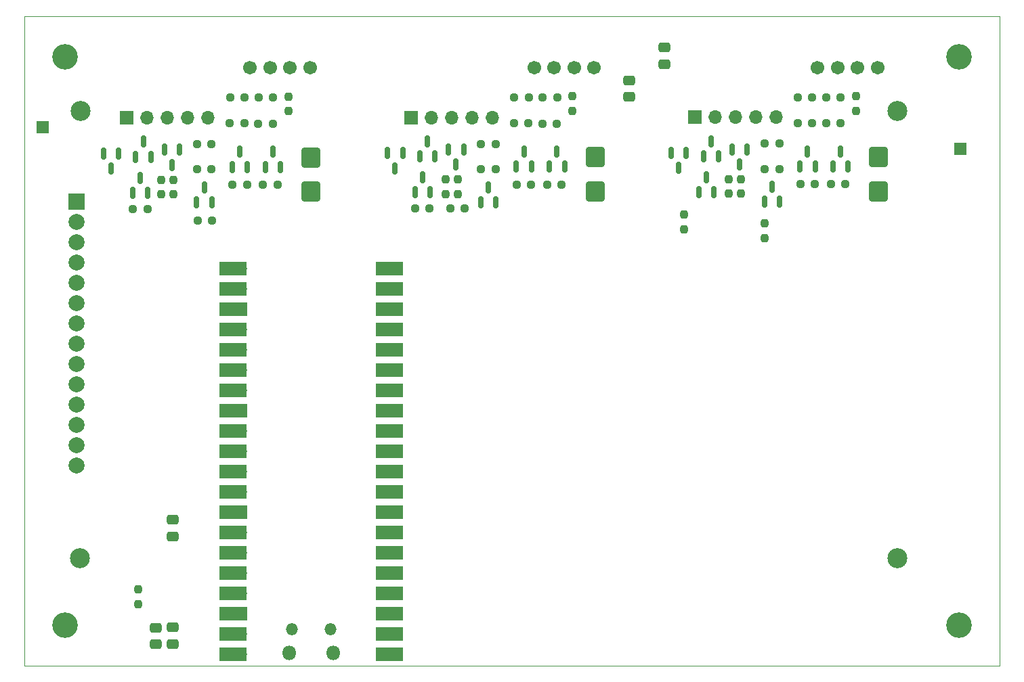
<source format=gbr>
%TF.GenerationSoftware,KiCad,Pcbnew,8.0.8*%
%TF.CreationDate,2025-11-10T08:34:54-07:00*%
%TF.ProjectId,WiegandTest,57696567-616e-4645-9465-73742e6b6963,A*%
%TF.SameCoordinates,Original*%
%TF.FileFunction,Soldermask,Top*%
%TF.FilePolarity,Negative*%
%FSLAX46Y46*%
G04 Gerber Fmt 4.6, Leading zero omitted, Abs format (unit mm)*
G04 Created by KiCad (PCBNEW 8.0.8) date 2025-11-10 08:34:54*
%MOMM*%
%LPD*%
G01*
G04 APERTURE LIST*
G04 Aperture macros list*
%AMRoundRect*
0 Rectangle with rounded corners*
0 $1 Rounding radius*
0 $2 $3 $4 $5 $6 $7 $8 $9 X,Y pos of 4 corners*
0 Add a 4 corners polygon primitive as box body*
4,1,4,$2,$3,$4,$5,$6,$7,$8,$9,$2,$3,0*
0 Add four circle primitives for the rounded corners*
1,1,$1+$1,$2,$3*
1,1,$1+$1,$4,$5*
1,1,$1+$1,$6,$7*
1,1,$1+$1,$8,$9*
0 Add four rect primitives between the rounded corners*
20,1,$1+$1,$2,$3,$4,$5,0*
20,1,$1+$1,$4,$5,$6,$7,0*
20,1,$1+$1,$6,$7,$8,$9,0*
20,1,$1+$1,$8,$9,$2,$3,0*%
G04 Aperture macros list end*
%ADD10C,1.701800*%
%ADD11RoundRect,0.150000X-0.150000X0.587500X-0.150000X-0.587500X0.150000X-0.587500X0.150000X0.587500X0*%
%ADD12RoundRect,0.237500X-0.250000X-0.237500X0.250000X-0.237500X0.250000X0.237500X-0.250000X0.237500X0*%
%ADD13RoundRect,0.237500X0.250000X0.237500X-0.250000X0.237500X-0.250000X-0.237500X0.250000X-0.237500X0*%
%ADD14R,1.500000X1.500000*%
%ADD15RoundRect,0.150000X0.150000X-0.587500X0.150000X0.587500X-0.150000X0.587500X-0.150000X-0.587500X0*%
%ADD16RoundRect,0.237500X-0.237500X0.250000X-0.237500X-0.250000X0.237500X-0.250000X0.237500X0.250000X0*%
%ADD17RoundRect,0.250000X0.475000X-0.337500X0.475000X0.337500X-0.475000X0.337500X-0.475000X-0.337500X0*%
%ADD18C,3.200000*%
%ADD19RoundRect,0.250000X-0.475000X0.337500X-0.475000X-0.337500X0.475000X-0.337500X0.475000X0.337500X0*%
%ADD20R,1.700000X1.700000*%
%ADD21O,1.700000X1.700000*%
%ADD22C,2.500000*%
%ADD23RoundRect,0.250000X-0.900000X1.000000X-0.900000X-1.000000X0.900000X-1.000000X0.900000X1.000000X0*%
%ADD24RoundRect,0.237500X0.237500X-0.250000X0.237500X0.250000X-0.237500X0.250000X-0.237500X-0.250000X0*%
%ADD25O,1.800000X1.800000*%
%ADD26O,1.500000X1.500000*%
%ADD27R,3.500000X1.700000*%
%ADD28R,2.000000X2.000000*%
%ADD29C,2.000000*%
%TA.AperFunction,Profile*%
%ADD30C,0.050000*%
%TD*%
G04 APERTURE END LIST*
D10*
%TO.C,J10*%
X98033200Y-58572400D03*
X100533200Y-58572400D03*
X103033200Y-58572400D03*
X105533200Y-58572400D03*
%TD*%
D11*
%TO.C,D6*%
X160197200Y-68766300D03*
X158297200Y-68766300D03*
X159247200Y-70641300D03*
%TD*%
D12*
%TO.C,R29*%
X91405700Y-68097400D03*
X93230700Y-68097400D03*
%TD*%
D11*
%TO.C,D4*%
X152576700Y-69217300D03*
X150676700Y-69217300D03*
X151626700Y-71092300D03*
%TD*%
D13*
%TO.C,R35*%
X101485700Y-73177400D03*
X99660700Y-73177400D03*
%TD*%
D14*
%TO.C,TP2*%
X72110600Y-65989200D03*
%TD*%
D15*
%TO.C,Q1*%
X154128300Y-74114900D03*
X156028300Y-74114900D03*
X155078300Y-72239900D03*
%TD*%
%TO.C,D1*%
X154715800Y-69619100D03*
X156615800Y-69619100D03*
X155665800Y-67744100D03*
%TD*%
D16*
%TO.C,R12*%
X162331400Y-78030700D03*
X162331400Y-79855700D03*
%TD*%
D15*
%TO.C,Q7*%
X91368200Y-75384900D03*
X93268200Y-75384900D03*
X92318200Y-73509900D03*
%TD*%
%TO.C,Q2*%
X162335800Y-75334100D03*
X164235800Y-75334100D03*
X163285800Y-73459100D03*
%TD*%
D12*
%TO.C,R27*%
X118639900Y-76168400D03*
X120464900Y-76168400D03*
%TD*%
%TO.C,R10*%
X170029500Y-65506600D03*
X171854500Y-65506600D03*
%TD*%
D11*
%TO.C,D22*%
X89229600Y-68817100D03*
X87329600Y-68817100D03*
X88279600Y-70692100D03*
%TD*%
D17*
%TO.C,C6*%
X145409600Y-62200700D03*
X145409600Y-60125700D03*
%TD*%
D16*
%TO.C,R5*%
X157911800Y-72493500D03*
X157911800Y-74318500D03*
%TD*%
D18*
%TO.C,H1*%
X74930000Y-57150000D03*
%TD*%
D19*
%TO.C,C1*%
X88366600Y-128578700D03*
X88366600Y-130653700D03*
%TD*%
D16*
%TO.C,R13*%
X173786800Y-62104900D03*
X173786800Y-63929900D03*
%TD*%
%TO.C,R24*%
X123972000Y-72512700D03*
X123972000Y-74337700D03*
%TD*%
D19*
%TO.C,C4*%
X149822000Y-56032400D03*
X149822000Y-58107400D03*
%TD*%
D14*
%TO.C,TP1*%
X186842400Y-68656200D03*
%TD*%
D12*
%TO.C,R9*%
X166473500Y-65455800D03*
X168298500Y-65455800D03*
%TD*%
D15*
%TO.C,Q4*%
X118664500Y-74134100D03*
X120564500Y-74134100D03*
X119614500Y-72259100D03*
%TD*%
D16*
%TO.C,R8*%
X159435800Y-72493500D03*
X159435800Y-74318500D03*
%TD*%
D20*
%TO.C,J1*%
X153613400Y-64750800D03*
D21*
X156153400Y-64750800D03*
X158693400Y-64750800D03*
X161233400Y-64750800D03*
X163773400Y-64750800D03*
%TD*%
D11*
%TO.C,D14*%
X117112900Y-69236500D03*
X115212900Y-69236500D03*
X116162900Y-71111500D03*
%TD*%
D12*
%TO.C,R1*%
X162373300Y-68046600D03*
X164198300Y-68046600D03*
%TD*%
D13*
%TO.C,R32*%
X97675700Y-73177400D03*
X95850700Y-73177400D03*
%TD*%
D11*
%TO.C,D20*%
X81609100Y-69268100D03*
X79709100Y-69268100D03*
X80659100Y-71143100D03*
%TD*%
D13*
%TO.C,R19*%
X132860100Y-62249200D03*
X131035100Y-62249200D03*
%TD*%
D17*
%TO.C,C2*%
X88341200Y-117166300D03*
X88341200Y-115091300D03*
%TD*%
D15*
%TO.C,D3*%
X166780800Y-70889100D03*
X168680800Y-70889100D03*
X167730800Y-69014100D03*
%TD*%
%TO.C,D17*%
X83748200Y-69669900D03*
X85648200Y-69669900D03*
X84698200Y-67794900D03*
%TD*%
D11*
%TO.C,D16*%
X124733400Y-68785500D03*
X122833400Y-68785500D03*
X123783400Y-70660500D03*
%TD*%
D15*
%TO.C,D19*%
X95813200Y-70939900D03*
X97713200Y-70939900D03*
X96763200Y-69064900D03*
%TD*%
D18*
%TO.C,H4*%
X186690000Y-128270000D03*
%TD*%
D13*
%TO.C,R34*%
X100912300Y-62280800D03*
X99087300Y-62280800D03*
%TD*%
D22*
%TO.C,H6*%
X178943000Y-63982600D03*
%TD*%
D15*
%TO.C,Q6*%
X83352600Y-74165700D03*
X85252600Y-74165700D03*
X84302600Y-72290700D03*
%TD*%
D13*
%TO.C,R7*%
X172453300Y-73126600D03*
X170628300Y-73126600D03*
%TD*%
D19*
%TO.C,C3*%
X86283800Y-128600200D03*
X86283800Y-130675200D03*
%TD*%
D12*
%TO.C,R2*%
X162373300Y-71221600D03*
X164198300Y-71221600D03*
%TD*%
D23*
%TO.C,D2*%
X176620800Y-69706600D03*
X176620800Y-74006600D03*
%TD*%
D16*
%TO.C,R41*%
X138323000Y-62124100D03*
X138323000Y-63949100D03*
%TD*%
D13*
%TO.C,R20*%
X133179500Y-73145800D03*
X131354500Y-73145800D03*
%TD*%
D23*
%TO.C,D12*%
X141157000Y-69725800D03*
X141157000Y-74025800D03*
%TD*%
D12*
%TO.C,R25*%
X131009700Y-65475000D03*
X132834700Y-65475000D03*
%TD*%
%TO.C,R18*%
X126909500Y-71240800D03*
X128734500Y-71240800D03*
%TD*%
%TO.C,R30*%
X91405700Y-71272400D03*
X93230700Y-71272400D03*
%TD*%
D10*
%TO.C,J7*%
X133537000Y-58540800D03*
X136037000Y-58540800D03*
X138537000Y-58540800D03*
X141037000Y-58540800D03*
%TD*%
D12*
%TO.C,R17*%
X126909500Y-68065800D03*
X128734500Y-68065800D03*
%TD*%
D22*
%TO.C,H7*%
X178943000Y-119888000D03*
%TD*%
D15*
%TO.C,D21*%
X99943200Y-70939900D03*
X101843200Y-70939900D03*
X100893200Y-69064900D03*
%TD*%
D12*
%TO.C,R38*%
X99061900Y-65557400D03*
X100886900Y-65557400D03*
%TD*%
D22*
%TO.C,H8*%
X76784200Y-119888000D03*
%TD*%
D15*
%TO.C,Q5*%
X126872000Y-75353300D03*
X128772000Y-75353300D03*
X127822000Y-73478300D03*
%TD*%
D13*
%TO.C,R31*%
X97356300Y-62280800D03*
X95531300Y-62280800D03*
%TD*%
D18*
%TO.C,H3*%
X74930000Y-128270000D03*
%TD*%
D10*
%TO.C,J3*%
X169000800Y-58521600D03*
X171500800Y-58521600D03*
X174000800Y-58521600D03*
X176500800Y-58521600D03*
%TD*%
D16*
%TO.C,R36*%
X88468200Y-72544300D03*
X88468200Y-74369300D03*
%TD*%
%TO.C,R21*%
X122448000Y-72512700D03*
X122448000Y-74337700D03*
%TD*%
D13*
%TO.C,R23*%
X136989500Y-73145800D03*
X135164500Y-73145800D03*
%TD*%
D12*
%TO.C,R40*%
X91467300Y-77673200D03*
X93292300Y-77673200D03*
%TD*%
D22*
%TO.C,H5*%
X76809600Y-63957200D03*
%TD*%
D13*
%TO.C,R3*%
X168323900Y-62230000D03*
X166498900Y-62230000D03*
%TD*%
D15*
%TO.C,D11*%
X119252000Y-69638300D03*
X121152000Y-69638300D03*
X120202000Y-67763300D03*
%TD*%
D13*
%TO.C,R6*%
X171879900Y-62230000D03*
X170054900Y-62230000D03*
%TD*%
D15*
%TO.C,D5*%
X170910800Y-70889100D03*
X172810800Y-70889100D03*
X171860800Y-69014100D03*
%TD*%
D18*
%TO.C,H2*%
X186690000Y-57150000D03*
%TD*%
D16*
%TO.C,R42*%
X102819200Y-62155700D03*
X102819200Y-63980700D03*
%TD*%
D24*
%TO.C,R14*%
X84074000Y-125651900D03*
X84074000Y-123826900D03*
%TD*%
D23*
%TO.C,D18*%
X105653200Y-69757400D03*
X105653200Y-74057400D03*
%TD*%
D13*
%TO.C,R4*%
X168643300Y-73126600D03*
X166818300Y-73126600D03*
%TD*%
D15*
%TO.C,D15*%
X135447000Y-70908300D03*
X137347000Y-70908300D03*
X136397000Y-69033300D03*
%TD*%
D12*
%TO.C,R37*%
X95505900Y-65506600D03*
X97330900Y-65506600D03*
%TD*%
D25*
%TO.C,U1*%
X108414400Y-131797600D03*
D26*
X108114400Y-128767600D03*
X103264400Y-128767600D03*
D25*
X102964400Y-131797600D03*
D21*
X114579400Y-131927600D03*
D27*
X115479400Y-131927600D03*
D21*
X114579400Y-129387600D03*
D27*
X115479400Y-129387600D03*
D20*
X114579400Y-126847600D03*
D27*
X115479400Y-126847600D03*
D21*
X114579400Y-124307600D03*
D27*
X115479400Y-124307600D03*
D21*
X114579400Y-121767600D03*
D27*
X115479400Y-121767600D03*
D21*
X114579400Y-119227600D03*
D27*
X115479400Y-119227600D03*
D21*
X114579400Y-116687600D03*
D27*
X115479400Y-116687600D03*
D20*
X114579400Y-114147600D03*
D27*
X115479400Y-114147600D03*
D21*
X114579400Y-111607600D03*
D27*
X115479400Y-111607600D03*
D21*
X114579400Y-109067600D03*
D27*
X115479400Y-109067600D03*
D21*
X114579400Y-106527600D03*
D27*
X115479400Y-106527600D03*
D21*
X114579400Y-103987600D03*
D27*
X115479400Y-103987600D03*
D20*
X114579400Y-101447600D03*
D27*
X115479400Y-101447600D03*
D21*
X114579400Y-98907600D03*
D27*
X115479400Y-98907600D03*
D21*
X114579400Y-96367600D03*
D27*
X115479400Y-96367600D03*
D21*
X114579400Y-93827600D03*
D27*
X115479400Y-93827600D03*
D21*
X114579400Y-91287600D03*
D27*
X115479400Y-91287600D03*
D20*
X114579400Y-88747600D03*
D27*
X115479400Y-88747600D03*
D21*
X114579400Y-86207600D03*
D27*
X115479400Y-86207600D03*
D21*
X114579400Y-83667600D03*
D27*
X115479400Y-83667600D03*
D21*
X96799400Y-83667600D03*
D27*
X95899400Y-83667600D03*
D21*
X96799400Y-86207600D03*
D27*
X95899400Y-86207600D03*
D20*
X96799400Y-88747600D03*
D27*
X95899400Y-88747600D03*
D21*
X96799400Y-91287600D03*
D27*
X95899400Y-91287600D03*
D21*
X96799400Y-93827600D03*
D27*
X95899400Y-93827600D03*
D21*
X96799400Y-96367600D03*
D27*
X95899400Y-96367600D03*
D21*
X96799400Y-98907600D03*
D27*
X95899400Y-98907600D03*
D20*
X96799400Y-101447600D03*
D27*
X95899400Y-101447600D03*
D21*
X96799400Y-103987600D03*
D27*
X95899400Y-103987600D03*
D21*
X96799400Y-106527600D03*
D27*
X95899400Y-106527600D03*
D21*
X96799400Y-109067600D03*
D27*
X95899400Y-109067600D03*
D21*
X96799400Y-111607600D03*
D27*
X95899400Y-111607600D03*
D20*
X96799400Y-114147600D03*
D27*
X95899400Y-114147600D03*
D21*
X96799400Y-116687600D03*
D27*
X95899400Y-116687600D03*
D21*
X96799400Y-119227600D03*
D27*
X95899400Y-119227600D03*
D21*
X96799400Y-121767600D03*
D27*
X95899400Y-121767600D03*
D21*
X96799400Y-124307600D03*
D27*
X95899400Y-124307600D03*
D20*
X96799400Y-126847600D03*
D27*
X95899400Y-126847600D03*
D21*
X96799400Y-129387600D03*
D27*
X95899400Y-129387600D03*
D21*
X96799400Y-131927600D03*
D27*
X95899400Y-131927600D03*
%TD*%
D12*
%TO.C,R26*%
X134565700Y-65525800D03*
X136390700Y-65525800D03*
%TD*%
D16*
%TO.C,R33*%
X86944200Y-72544300D03*
X86944200Y-74369300D03*
%TD*%
%TO.C,R11*%
X152298400Y-76913100D03*
X152298400Y-78738100D03*
%TD*%
D15*
%TO.C,D13*%
X131317000Y-70908300D03*
X133217000Y-70908300D03*
X132267000Y-69033300D03*
%TD*%
D12*
%TO.C,R39*%
X83390100Y-76250800D03*
X85215100Y-76250800D03*
%TD*%
D13*
%TO.C,R22*%
X136416100Y-62249200D03*
X134591100Y-62249200D03*
%TD*%
D20*
%TO.C,J5*%
X118149600Y-64770000D03*
D21*
X120689600Y-64770000D03*
X123229600Y-64770000D03*
X125769600Y-64770000D03*
X128309600Y-64770000D03*
%TD*%
D20*
%TO.C,J8*%
X82645800Y-64801600D03*
D21*
X85185800Y-64801600D03*
X87725800Y-64801600D03*
X90265800Y-64801600D03*
X92805800Y-64801600D03*
%TD*%
D13*
%TO.C,R28*%
X124873700Y-76149200D03*
X123048700Y-76149200D03*
%TD*%
D28*
%TO.C,J4*%
X76327000Y-75336400D03*
D29*
X76327000Y-77876400D03*
X76327000Y-80416400D03*
X76327000Y-82956400D03*
X76327000Y-85496400D03*
X76327000Y-88036400D03*
X76327000Y-90576400D03*
X76327000Y-93116400D03*
X76327000Y-95656400D03*
X76327000Y-98196400D03*
X76327000Y-100736400D03*
X76327000Y-103276400D03*
X76327000Y-105816400D03*
X76327000Y-108356400D03*
%TD*%
D30*
X69850000Y-52070000D02*
X191770000Y-52070000D01*
X191770000Y-133350000D01*
X69850000Y-133350000D01*
X69850000Y-52070000D01*
M02*

</source>
